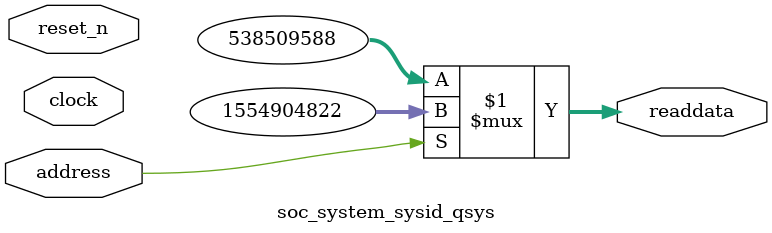
<source format=v>



// synthesis translate_off
`timescale 1ns / 1ps
// synthesis translate_on

// turn off superfluous verilog processor warnings 
// altera message_level Level1 
// altera message_off 10034 10035 10036 10037 10230 10240 10030 

module soc_system_sysid_qsys (
               // inputs:
                address,
                clock,
                reset_n,

               // outputs:
                readdata
             )
;

  output  [ 31: 0] readdata;
  input            address;
  input            clock;
  input            reset_n;

  wire    [ 31: 0] readdata;
  //control_slave, which is an e_avalon_slave
  assign readdata = address ? 1554904822 : 538509588;

endmodule



</source>
